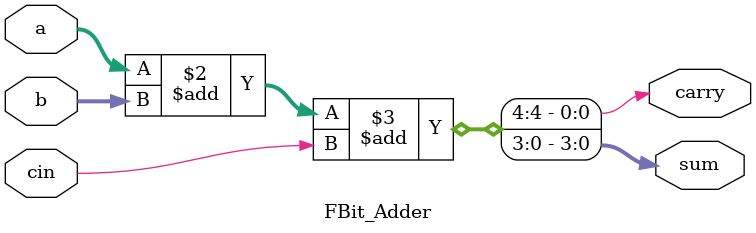
<source format=v>
`timescale 1ns / 1ps


module FBit_Adder(sum, carry, a, b, cin );
input  wire [3:0] a;
input  wire [3:0] b;
input cin;
output reg [3: 0] sum;
output  reg carry;

always@(*)

begin

{carry, sum} = a + b + cin;

end
endmodule



</source>
